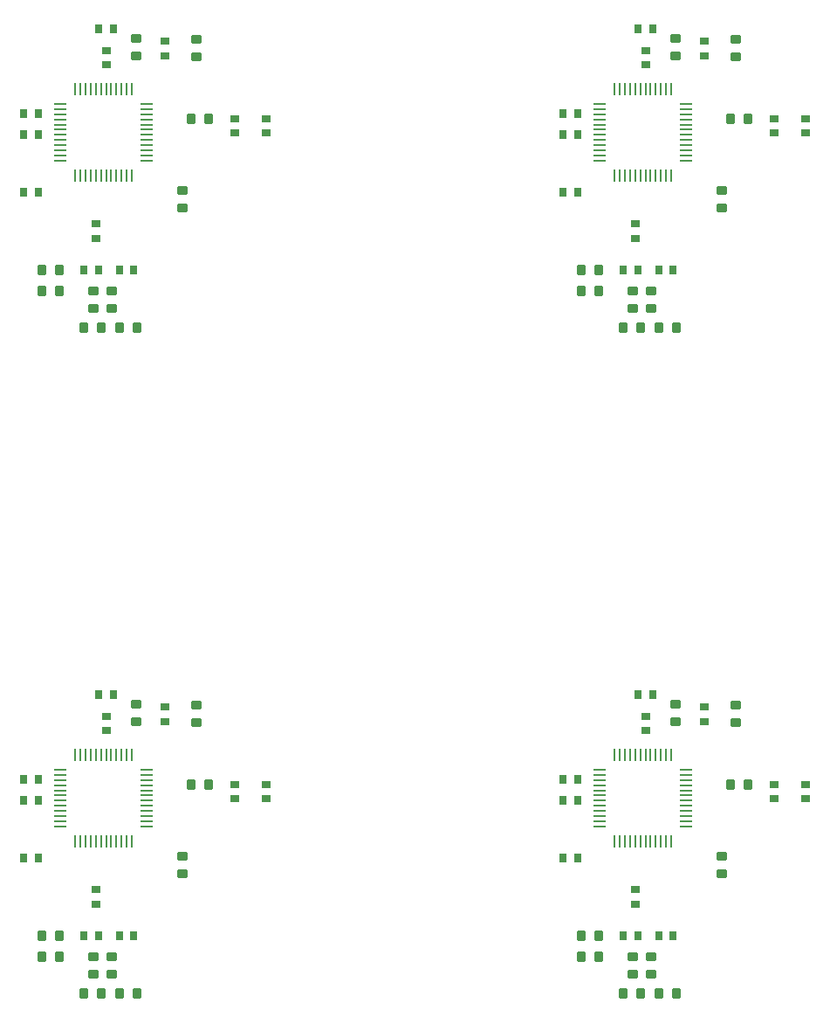
<source format=gtp>
G04 Layer_Color=8421504*
%FSLAX25Y25*%
%MOIN*%
G70*
G01*
G75*
%ADD11R,0.02953X0.03740*%
G04:AMPARAMS|DCode=12|XSize=39.37mil|YSize=35.43mil|CornerRadius=4.43mil|HoleSize=0mil|Usage=FLASHONLY|Rotation=90.000|XOffset=0mil|YOffset=0mil|HoleType=Round|Shape=RoundedRectangle|*
%AMROUNDEDRECTD12*
21,1,0.03937,0.02657,0,0,90.0*
21,1,0.03051,0.03543,0,0,90.0*
1,1,0.00886,0.01329,0.01526*
1,1,0.00886,0.01329,-0.01526*
1,1,0.00886,-0.01329,-0.01526*
1,1,0.00886,-0.01329,0.01526*
%
%ADD12ROUNDEDRECTD12*%
G04:AMPARAMS|DCode=13|XSize=39.37mil|YSize=35.43mil|CornerRadius=4.43mil|HoleSize=0mil|Usage=FLASHONLY|Rotation=180.000|XOffset=0mil|YOffset=0mil|HoleType=Round|Shape=RoundedRectangle|*
%AMROUNDEDRECTD13*
21,1,0.03937,0.02657,0,0,180.0*
21,1,0.03051,0.03543,0,0,180.0*
1,1,0.00886,-0.01526,0.01329*
1,1,0.00886,0.01526,0.01329*
1,1,0.00886,0.01526,-0.01329*
1,1,0.00886,-0.01526,-0.01329*
%
%ADD13ROUNDEDRECTD13*%
%ADD14R,0.03740X0.02953*%
%ADD38O,0.00781X0.05112*%
%ADD39O,0.05112X0.00781*%
D11*
X80200Y149500D02*
D03*
X74688D02*
D03*
X80200Y179500D02*
D03*
X74688D02*
D03*
X80212Y171500D02*
D03*
X74700D02*
D03*
X103300Y120000D02*
D03*
X97788D02*
D03*
X111300D02*
D03*
X116812D02*
D03*
X103444Y212000D02*
D03*
X108956D02*
D03*
X286200Y149500D02*
D03*
X280688D02*
D03*
X286200Y179500D02*
D03*
X280688D02*
D03*
X286212Y171500D02*
D03*
X280700D02*
D03*
X309300Y120000D02*
D03*
X303788D02*
D03*
X317300D02*
D03*
X322812D02*
D03*
X309444Y212000D02*
D03*
X314956D02*
D03*
X80200Y403500D02*
D03*
X74688D02*
D03*
X80200Y433500D02*
D03*
X74688D02*
D03*
X80212Y425500D02*
D03*
X74700D02*
D03*
X103300Y374000D02*
D03*
X97788D02*
D03*
X111300D02*
D03*
X116812D02*
D03*
X103444Y466000D02*
D03*
X108956D02*
D03*
X286200Y403500D02*
D03*
X280688D02*
D03*
X286200Y433500D02*
D03*
X280688D02*
D03*
X286212Y425500D02*
D03*
X280700D02*
D03*
X309300Y374000D02*
D03*
X303788D02*
D03*
X317300D02*
D03*
X322812D02*
D03*
X309444Y466000D02*
D03*
X314956D02*
D03*
D12*
X111300Y98000D02*
D03*
X117993D02*
D03*
X104300D02*
D03*
X97607D02*
D03*
X81607Y112000D02*
D03*
X88300D02*
D03*
Y120000D02*
D03*
X81607D02*
D03*
X145400Y177800D02*
D03*
X138707D02*
D03*
X317300Y98000D02*
D03*
X323993D02*
D03*
X310300D02*
D03*
X303607D02*
D03*
X287607Y112000D02*
D03*
X294300D02*
D03*
Y120000D02*
D03*
X287607D02*
D03*
X351400Y177800D02*
D03*
X344707D02*
D03*
X111300Y352000D02*
D03*
X117993D02*
D03*
X104300D02*
D03*
X97607D02*
D03*
X81607Y366000D02*
D03*
X88300D02*
D03*
Y374000D02*
D03*
X81607D02*
D03*
X145400Y431800D02*
D03*
X138707D02*
D03*
X317300Y352000D02*
D03*
X323993D02*
D03*
X310300D02*
D03*
X303607D02*
D03*
X287607Y366000D02*
D03*
X294300D02*
D03*
Y374000D02*
D03*
X287607D02*
D03*
X351400Y431800D02*
D03*
X344707D02*
D03*
D13*
X101300Y105307D02*
D03*
Y112000D02*
D03*
X108300D02*
D03*
Y105307D02*
D03*
X117700Y201500D02*
D03*
Y208193D02*
D03*
X140700Y201154D02*
D03*
Y207846D02*
D03*
X135200Y143500D02*
D03*
Y150193D02*
D03*
X307300Y105307D02*
D03*
Y112000D02*
D03*
X314300D02*
D03*
Y105307D02*
D03*
X323700Y201500D02*
D03*
Y208193D02*
D03*
X346700Y201154D02*
D03*
Y207846D02*
D03*
X341200Y143500D02*
D03*
Y150193D02*
D03*
X101300Y359307D02*
D03*
Y366000D02*
D03*
X108300D02*
D03*
Y359307D02*
D03*
X117700Y455500D02*
D03*
Y462193D02*
D03*
X140700Y455154D02*
D03*
Y461846D02*
D03*
X135200Y397500D02*
D03*
Y404193D02*
D03*
X307300Y359307D02*
D03*
Y366000D02*
D03*
X314300D02*
D03*
Y359307D02*
D03*
X323700Y455500D02*
D03*
Y462193D02*
D03*
X346700Y455154D02*
D03*
Y461846D02*
D03*
X341200Y397500D02*
D03*
Y404193D02*
D03*
D14*
X167400Y172288D02*
D03*
Y177800D02*
D03*
X155400Y172288D02*
D03*
Y177800D02*
D03*
X106200Y203756D02*
D03*
Y198244D02*
D03*
X128700Y201744D02*
D03*
Y207256D02*
D03*
X102200Y137500D02*
D03*
Y131988D02*
D03*
X373400Y172288D02*
D03*
Y177800D02*
D03*
X361400Y172288D02*
D03*
Y177800D02*
D03*
X312200Y203756D02*
D03*
Y198244D02*
D03*
X334700Y201744D02*
D03*
Y207256D02*
D03*
X308200Y137500D02*
D03*
Y131988D02*
D03*
X167400Y426288D02*
D03*
Y431800D02*
D03*
X155400Y426288D02*
D03*
Y431800D02*
D03*
X106200Y457756D02*
D03*
Y452244D02*
D03*
X128700Y455744D02*
D03*
Y461256D02*
D03*
X102200Y391500D02*
D03*
Y385988D02*
D03*
X373400Y426288D02*
D03*
Y431800D02*
D03*
X361400Y426288D02*
D03*
Y431800D02*
D03*
X312200Y457756D02*
D03*
Y452244D02*
D03*
X334700Y455744D02*
D03*
Y461256D02*
D03*
X308200Y391500D02*
D03*
Y385988D02*
D03*
D38*
X116027Y155965D02*
D03*
X114058D02*
D03*
X112090D02*
D03*
X110121D02*
D03*
X108153D02*
D03*
X106184D02*
D03*
X104216D02*
D03*
X102247D02*
D03*
X100279D02*
D03*
X98310D02*
D03*
X96342D02*
D03*
X94373D02*
D03*
Y189035D02*
D03*
X96342D02*
D03*
X98310D02*
D03*
X100279D02*
D03*
X102247D02*
D03*
X104216D02*
D03*
X106184D02*
D03*
X108153D02*
D03*
X110121D02*
D03*
X112090D02*
D03*
X114058D02*
D03*
X116027D02*
D03*
X322027Y155965D02*
D03*
X320058D02*
D03*
X318090D02*
D03*
X316121D02*
D03*
X314153D02*
D03*
X312184D02*
D03*
X310216D02*
D03*
X308247D02*
D03*
X306279D02*
D03*
X304310D02*
D03*
X302342D02*
D03*
X300373D02*
D03*
Y189035D02*
D03*
X302342D02*
D03*
X304310D02*
D03*
X306279D02*
D03*
X308247D02*
D03*
X310216D02*
D03*
X312184D02*
D03*
X314153D02*
D03*
X316121D02*
D03*
X318090D02*
D03*
X320058D02*
D03*
X322027D02*
D03*
X116027Y409965D02*
D03*
X114058D02*
D03*
X112090D02*
D03*
X110121D02*
D03*
X108153D02*
D03*
X106184D02*
D03*
X104216D02*
D03*
X102247D02*
D03*
X100279D02*
D03*
X98310D02*
D03*
X96342D02*
D03*
X94373D02*
D03*
Y443036D02*
D03*
X96342D02*
D03*
X98310D02*
D03*
X100279D02*
D03*
X102247D02*
D03*
X104216D02*
D03*
X106184D02*
D03*
X108153D02*
D03*
X110121D02*
D03*
X112090D02*
D03*
X114058D02*
D03*
X116027D02*
D03*
X322027Y409965D02*
D03*
X320058D02*
D03*
X318090D02*
D03*
X316121D02*
D03*
X314153D02*
D03*
X312184D02*
D03*
X310216D02*
D03*
X308247D02*
D03*
X306279D02*
D03*
X304310D02*
D03*
X302342D02*
D03*
X300373D02*
D03*
Y443036D02*
D03*
X302342D02*
D03*
X304310D02*
D03*
X306279D02*
D03*
X308247D02*
D03*
X310216D02*
D03*
X312184D02*
D03*
X314153D02*
D03*
X316121D02*
D03*
X318090D02*
D03*
X320058D02*
D03*
X322027D02*
D03*
D39*
X88665Y161673D02*
D03*
Y163642D02*
D03*
Y165610D02*
D03*
Y167579D02*
D03*
Y169547D02*
D03*
Y171516D02*
D03*
Y173484D02*
D03*
Y175453D02*
D03*
Y177421D02*
D03*
Y179390D02*
D03*
Y181358D02*
D03*
Y183327D02*
D03*
X121735D02*
D03*
Y181358D02*
D03*
Y179390D02*
D03*
Y177421D02*
D03*
Y175453D02*
D03*
Y173484D02*
D03*
Y171516D02*
D03*
Y169547D02*
D03*
Y167579D02*
D03*
Y165610D02*
D03*
Y163642D02*
D03*
Y161673D02*
D03*
X294665D02*
D03*
Y163642D02*
D03*
Y165610D02*
D03*
Y167579D02*
D03*
Y169547D02*
D03*
Y171516D02*
D03*
Y173484D02*
D03*
Y175453D02*
D03*
Y177421D02*
D03*
Y179390D02*
D03*
Y181358D02*
D03*
Y183327D02*
D03*
X327735D02*
D03*
Y181358D02*
D03*
Y179390D02*
D03*
Y177421D02*
D03*
Y175453D02*
D03*
Y173484D02*
D03*
Y171516D02*
D03*
Y169547D02*
D03*
Y167579D02*
D03*
Y165610D02*
D03*
Y163642D02*
D03*
Y161673D02*
D03*
X88665Y415673D02*
D03*
Y417642D02*
D03*
Y419610D02*
D03*
Y421579D02*
D03*
Y423547D02*
D03*
Y425516D02*
D03*
Y427484D02*
D03*
Y429453D02*
D03*
Y431421D02*
D03*
Y433390D02*
D03*
Y435358D02*
D03*
Y437327D02*
D03*
X121735D02*
D03*
Y435358D02*
D03*
Y433390D02*
D03*
Y431421D02*
D03*
Y429453D02*
D03*
Y427484D02*
D03*
Y425516D02*
D03*
Y423547D02*
D03*
Y421579D02*
D03*
Y419610D02*
D03*
Y417642D02*
D03*
Y415673D02*
D03*
X294665D02*
D03*
Y417642D02*
D03*
Y419610D02*
D03*
Y421579D02*
D03*
Y423547D02*
D03*
Y425516D02*
D03*
Y427484D02*
D03*
Y429453D02*
D03*
Y431421D02*
D03*
Y433390D02*
D03*
Y435358D02*
D03*
Y437327D02*
D03*
X327735D02*
D03*
Y435358D02*
D03*
Y433390D02*
D03*
Y431421D02*
D03*
Y429453D02*
D03*
Y427484D02*
D03*
Y425516D02*
D03*
Y423547D02*
D03*
Y421579D02*
D03*
Y419610D02*
D03*
Y417642D02*
D03*
Y415673D02*
D03*
M02*

</source>
